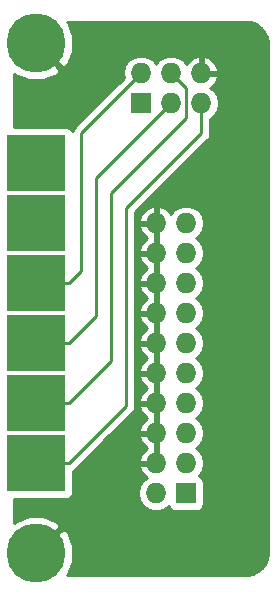
<source format=gtl>
G04 #@! TF.GenerationSoftware,KiCad,Pcbnew,5.0.2+dfsg1-1*
G04 #@! TF.CreationDate,2019-05-16T22:01:56-07:00*
G04 #@! TF.ProjectId,jlink-c2d-adapter,6a6c696e-6b2d-4633-9264-2d6164617074,rev?*
G04 #@! TF.SameCoordinates,Original*
G04 #@! TF.FileFunction,Copper,L1,Top*
G04 #@! TF.FilePolarity,Positive*
%FSLAX46Y46*%
G04 Gerber Fmt 4.6, Leading zero omitted, Abs format (unit mm)*
G04 Created by KiCad (PCBNEW 5.0.2+dfsg1-1) date Thu 16 May 2019 10:01:56 PM PDT*
%MOMM*%
%LPD*%
G01*
G04 APERTURE LIST*
G04 #@! TA.AperFunction,ComponentPad*
%ADD10R,5.000000X4.800000*%
G04 #@! TD*
G04 #@! TA.AperFunction,ComponentPad*
%ADD11R,1.727200X1.727200*%
G04 #@! TD*
G04 #@! TA.AperFunction,ComponentPad*
%ADD12O,1.727200X1.727200*%
G04 #@! TD*
G04 #@! TA.AperFunction,ComponentPad*
%ADD13C,5.000000*%
G04 #@! TD*
G04 #@! TA.AperFunction,Conductor*
%ADD14C,0.250000*%
G04 #@! TD*
G04 #@! TA.AperFunction,Conductor*
%ADD15C,0.254000*%
G04 #@! TD*
G04 APERTURE END LIST*
D10*
G04 #@! TO.P,J4,6*
G04 #@! TO.N,/~RESET*
X114300000Y-96520000D03*
G04 #@! TO.P,J4,5*
G04 #@! TO.N,/TMS_C2D*
X114300000Y-91440000D03*
G04 #@! TO.P,J4,4*
G04 #@! TO.N,/TCK_C2CK*
X114300000Y-86360000D03*
G04 #@! TO.P,J4,3*
G04 #@! TO.N,+3V3*
X114300000Y-81280000D03*
G04 #@! TO.P,J4,2*
G04 #@! TO.N,GND*
X114300000Y-76200000D03*
G04 #@! TO.P,J4,1*
G04 #@! TO.N,+5V*
X114300000Y-71120000D03*
G04 #@! TD*
D11*
G04 #@! TO.P,J1,1*
G04 #@! TO.N,+3V3*
X127000000Y-99060000D03*
D12*
G04 #@! TO.P,J1,2*
G04 #@! TO.N,N/C*
X124460000Y-99060000D03*
G04 #@! TO.P,J1,3*
X127000000Y-96520000D03*
G04 #@! TO.P,J1,4*
G04 #@! TO.N,GND*
X124460000Y-96520000D03*
G04 #@! TO.P,J1,5*
G04 #@! TO.N,N/C*
X127000000Y-93980000D03*
G04 #@! TO.P,J1,6*
G04 #@! TO.N,GND*
X124460000Y-93980000D03*
G04 #@! TO.P,J1,7*
G04 #@! TO.N,/TMS_C2D*
X127000000Y-91440000D03*
G04 #@! TO.P,J1,8*
G04 #@! TO.N,GND*
X124460000Y-91440000D03*
G04 #@! TO.P,J1,9*
G04 #@! TO.N,/TCK_C2CK*
X127000000Y-88900000D03*
G04 #@! TO.P,J1,10*
G04 #@! TO.N,GND*
X124460000Y-88900000D03*
G04 #@! TO.P,J1,11*
G04 #@! TO.N,N/C*
X127000000Y-86360000D03*
G04 #@! TO.P,J1,12*
G04 #@! TO.N,GND*
X124460000Y-86360000D03*
G04 #@! TO.P,J1,13*
G04 #@! TO.N,N/C*
X127000000Y-83820000D03*
G04 #@! TO.P,J1,14*
G04 #@! TO.N,GND*
X124460000Y-83820000D03*
G04 #@! TO.P,J1,15*
G04 #@! TO.N,N/C*
X127000000Y-81280000D03*
G04 #@! TO.P,J1,16*
G04 #@! TO.N,GND*
X124460000Y-81280000D03*
G04 #@! TO.P,J1,17*
G04 #@! TO.N,N/C*
X127000000Y-78740000D03*
G04 #@! TO.P,J1,18*
G04 #@! TO.N,GND*
X124460000Y-78740000D03*
G04 #@! TO.P,J1,19*
G04 #@! TO.N,+5V*
X127000000Y-76200000D03*
G04 #@! TO.P,J1,20*
G04 #@! TO.N,GND*
X124460000Y-76200000D03*
G04 #@! TD*
D11*
G04 #@! TO.P,J2,1*
G04 #@! TO.N,+5V*
X123190000Y-66040000D03*
D12*
G04 #@! TO.P,J2,2*
G04 #@! TO.N,+3V3*
X123190000Y-63500000D03*
G04 #@! TO.P,J2,3*
G04 #@! TO.N,/TCK_C2CK*
X125730000Y-66040000D03*
G04 #@! TO.P,J2,4*
G04 #@! TO.N,/TMS_C2D*
X125730000Y-63500000D03*
G04 #@! TO.P,J2,5*
G04 #@! TO.N,/~RESET*
X128270000Y-66040000D03*
G04 #@! TO.P,J2,6*
G04 #@! TO.N,GND*
X128270000Y-63500000D03*
G04 #@! TD*
D13*
G04 #@! TO.P,REF\002A\002A,1*
G04 #@! TO.N,GND*
X114300000Y-60960000D03*
G04 #@! TD*
G04 #@! TO.P,REF\002A\002A,1*
G04 #@! TO.N,GND*
X114300000Y-104140000D03*
G04 #@! TD*
D14*
G04 #@! TO.N,/TMS_C2D*
X127000000Y-64770000D02*
X127000000Y-67310000D01*
X125730000Y-63500000D02*
X127000000Y-64770000D01*
X127000000Y-67310000D02*
X120650000Y-73660000D01*
X120650000Y-87840000D02*
X117050000Y-91440000D01*
X120650000Y-73660000D02*
X120650000Y-87840000D01*
X117050000Y-91440000D02*
X114300000Y-91440000D01*
G04 #@! TO.N,/TCK_C2CK*
X125730000Y-66040000D02*
X119380000Y-72390000D01*
X119380000Y-72390000D02*
X119380000Y-84030000D01*
X119380000Y-84030000D02*
X117050000Y-86360000D01*
X117050000Y-86360000D02*
X114300000Y-86360000D01*
G04 #@! TO.N,+3V3*
X123190000Y-63500000D02*
X118110000Y-68580000D01*
X118110000Y-68580000D02*
X118110000Y-80220000D01*
X118110000Y-80220000D02*
X117050000Y-81280000D01*
X117050000Y-81280000D02*
X114300000Y-81280000D01*
G04 #@! TO.N,/~RESET*
X128270000Y-66040000D02*
X128270000Y-68580000D01*
X128270000Y-68580000D02*
X121920000Y-74930000D01*
X121920000Y-91650000D02*
X117050000Y-96520000D01*
X121920000Y-74930000D02*
X121920000Y-91650000D01*
X117050000Y-96520000D02*
X114300000Y-96520000D01*
G04 #@! TD*
D15*
G04 #@! TO.N,GND*
G36*
X132533698Y-59192958D02*
X132958893Y-59361305D01*
X133328858Y-59630101D01*
X133620356Y-59982462D01*
X133815067Y-60396244D01*
X133907093Y-60878662D01*
X133910000Y-60971164D01*
X133910001Y-104095326D01*
X133847042Y-104593699D01*
X133678697Y-105018889D01*
X133409899Y-105388859D01*
X133057541Y-105680355D01*
X132643756Y-105875067D01*
X132161339Y-105967093D01*
X132068836Y-105970000D01*
X116875405Y-105970000D01*
X116958564Y-105914579D01*
X117435294Y-104762108D01*
X117434705Y-103514928D01*
X116958564Y-102365421D01*
X116535880Y-102083725D01*
X114479605Y-104140000D01*
X114493748Y-104154143D01*
X114314143Y-104333748D01*
X114300000Y-104319605D01*
X114285858Y-104333748D01*
X114106253Y-104154143D01*
X114120395Y-104140000D01*
X114106253Y-104125858D01*
X114285858Y-103946253D01*
X114300000Y-103960395D01*
X116356275Y-101904120D01*
X116074579Y-101481436D01*
X114922108Y-101004706D01*
X113674928Y-101005295D01*
X112525421Y-101481436D01*
X112470000Y-101564595D01*
X112470000Y-99567440D01*
X116800000Y-99567440D01*
X117047765Y-99518157D01*
X117257809Y-99377809D01*
X117398157Y-99167765D01*
X117419592Y-99060000D01*
X122932041Y-99060000D01*
X123048350Y-99644725D01*
X123379570Y-100140430D01*
X123875275Y-100471650D01*
X124312402Y-100558600D01*
X124607598Y-100558600D01*
X125044725Y-100471650D01*
X125533068Y-100145349D01*
X125538243Y-100171365D01*
X125678591Y-100381409D01*
X125888635Y-100521757D01*
X126136400Y-100571040D01*
X127863600Y-100571040D01*
X128111365Y-100521757D01*
X128321409Y-100381409D01*
X128461757Y-100171365D01*
X128511040Y-99923600D01*
X128511040Y-98196400D01*
X128461757Y-97948635D01*
X128321409Y-97738591D01*
X128111365Y-97598243D01*
X128085349Y-97593068D01*
X128411650Y-97104725D01*
X128527959Y-96520000D01*
X128411650Y-95935275D01*
X128080430Y-95439570D01*
X127796719Y-95250000D01*
X128080430Y-95060430D01*
X128411650Y-94564725D01*
X128527959Y-93980000D01*
X128411650Y-93395275D01*
X128080430Y-92899570D01*
X127796719Y-92710000D01*
X128080430Y-92520430D01*
X128411650Y-92024725D01*
X128527959Y-91440000D01*
X128411650Y-90855275D01*
X128080430Y-90359570D01*
X127796719Y-90170000D01*
X128080430Y-89980430D01*
X128411650Y-89484725D01*
X128527959Y-88900000D01*
X128411650Y-88315275D01*
X128080430Y-87819570D01*
X127796719Y-87630000D01*
X128080430Y-87440430D01*
X128411650Y-86944725D01*
X128527959Y-86360000D01*
X128411650Y-85775275D01*
X128080430Y-85279570D01*
X127796719Y-85090000D01*
X128080430Y-84900430D01*
X128411650Y-84404725D01*
X128527959Y-83820000D01*
X128411650Y-83235275D01*
X128080430Y-82739570D01*
X127796719Y-82550000D01*
X128080430Y-82360430D01*
X128411650Y-81864725D01*
X128527959Y-81280000D01*
X128411650Y-80695275D01*
X128080430Y-80199570D01*
X127796719Y-80010000D01*
X128080430Y-79820430D01*
X128411650Y-79324725D01*
X128527959Y-78740000D01*
X128411650Y-78155275D01*
X128080430Y-77659570D01*
X127796719Y-77470000D01*
X128080430Y-77280430D01*
X128411650Y-76784725D01*
X128527959Y-76200000D01*
X128411650Y-75615275D01*
X128080430Y-75119570D01*
X127584725Y-74788350D01*
X127147598Y-74701400D01*
X126852402Y-74701400D01*
X126415275Y-74788350D01*
X125919570Y-75119570D01*
X125726963Y-75407826D01*
X125348490Y-74993179D01*
X124819027Y-74745032D01*
X124587000Y-74865531D01*
X124587000Y-76073000D01*
X124607000Y-76073000D01*
X124607000Y-76327000D01*
X124587000Y-76327000D01*
X124587000Y-78613000D01*
X124607000Y-78613000D01*
X124607000Y-78867000D01*
X124587000Y-78867000D01*
X124587000Y-81153000D01*
X124607000Y-81153000D01*
X124607000Y-81407000D01*
X124587000Y-81407000D01*
X124587000Y-83693000D01*
X124607000Y-83693000D01*
X124607000Y-83947000D01*
X124587000Y-83947000D01*
X124587000Y-86233000D01*
X124607000Y-86233000D01*
X124607000Y-86487000D01*
X124587000Y-86487000D01*
X124587000Y-88773000D01*
X124607000Y-88773000D01*
X124607000Y-89027000D01*
X124587000Y-89027000D01*
X124587000Y-91313000D01*
X124607000Y-91313000D01*
X124607000Y-91567000D01*
X124587000Y-91567000D01*
X124587000Y-93853000D01*
X124607000Y-93853000D01*
X124607000Y-94107000D01*
X124587000Y-94107000D01*
X124587000Y-96393000D01*
X124607000Y-96393000D01*
X124607000Y-96647000D01*
X124587000Y-96647000D01*
X124587000Y-96667000D01*
X124333000Y-96667000D01*
X124333000Y-96647000D01*
X123126183Y-96647000D01*
X123005042Y-96879026D01*
X123177312Y-97294947D01*
X123571510Y-97726821D01*
X123681021Y-97778146D01*
X123379570Y-97979570D01*
X123048350Y-98475275D01*
X122932041Y-99060000D01*
X117419592Y-99060000D01*
X117447440Y-98920000D01*
X117447440Y-97168483D01*
X117597929Y-97067929D01*
X117640331Y-97004470D01*
X120305775Y-94339026D01*
X123005042Y-94339026D01*
X123177312Y-94754947D01*
X123571510Y-95186821D01*
X123706313Y-95250000D01*
X123571510Y-95313179D01*
X123177312Y-95745053D01*
X123005042Y-96160974D01*
X123126183Y-96393000D01*
X124333000Y-96393000D01*
X124333000Y-94107000D01*
X123126183Y-94107000D01*
X123005042Y-94339026D01*
X120305775Y-94339026D01*
X122404473Y-92240329D01*
X122467929Y-92197929D01*
X122635904Y-91946537D01*
X122665245Y-91799026D01*
X123005042Y-91799026D01*
X123177312Y-92214947D01*
X123571510Y-92646821D01*
X123706313Y-92710000D01*
X123571510Y-92773179D01*
X123177312Y-93205053D01*
X123005042Y-93620974D01*
X123126183Y-93853000D01*
X124333000Y-93853000D01*
X124333000Y-91567000D01*
X123126183Y-91567000D01*
X123005042Y-91799026D01*
X122665245Y-91799026D01*
X122680000Y-91724852D01*
X122680000Y-91724848D01*
X122694888Y-91650001D01*
X122680000Y-91575154D01*
X122680000Y-89259026D01*
X123005042Y-89259026D01*
X123177312Y-89674947D01*
X123571510Y-90106821D01*
X123706313Y-90170000D01*
X123571510Y-90233179D01*
X123177312Y-90665053D01*
X123005042Y-91080974D01*
X123126183Y-91313000D01*
X124333000Y-91313000D01*
X124333000Y-89027000D01*
X123126183Y-89027000D01*
X123005042Y-89259026D01*
X122680000Y-89259026D01*
X122680000Y-86719026D01*
X123005042Y-86719026D01*
X123177312Y-87134947D01*
X123571510Y-87566821D01*
X123706313Y-87630000D01*
X123571510Y-87693179D01*
X123177312Y-88125053D01*
X123005042Y-88540974D01*
X123126183Y-88773000D01*
X124333000Y-88773000D01*
X124333000Y-86487000D01*
X123126183Y-86487000D01*
X123005042Y-86719026D01*
X122680000Y-86719026D01*
X122680000Y-84179026D01*
X123005042Y-84179026D01*
X123177312Y-84594947D01*
X123571510Y-85026821D01*
X123706313Y-85090000D01*
X123571510Y-85153179D01*
X123177312Y-85585053D01*
X123005042Y-86000974D01*
X123126183Y-86233000D01*
X124333000Y-86233000D01*
X124333000Y-83947000D01*
X123126183Y-83947000D01*
X123005042Y-84179026D01*
X122680000Y-84179026D01*
X122680000Y-81639026D01*
X123005042Y-81639026D01*
X123177312Y-82054947D01*
X123571510Y-82486821D01*
X123706313Y-82550000D01*
X123571510Y-82613179D01*
X123177312Y-83045053D01*
X123005042Y-83460974D01*
X123126183Y-83693000D01*
X124333000Y-83693000D01*
X124333000Y-81407000D01*
X123126183Y-81407000D01*
X123005042Y-81639026D01*
X122680000Y-81639026D01*
X122680000Y-79099026D01*
X123005042Y-79099026D01*
X123177312Y-79514947D01*
X123571510Y-79946821D01*
X123706313Y-80010000D01*
X123571510Y-80073179D01*
X123177312Y-80505053D01*
X123005042Y-80920974D01*
X123126183Y-81153000D01*
X124333000Y-81153000D01*
X124333000Y-78867000D01*
X123126183Y-78867000D01*
X123005042Y-79099026D01*
X122680000Y-79099026D01*
X122680000Y-76559026D01*
X123005042Y-76559026D01*
X123177312Y-76974947D01*
X123571510Y-77406821D01*
X123706313Y-77470000D01*
X123571510Y-77533179D01*
X123177312Y-77965053D01*
X123005042Y-78380974D01*
X123126183Y-78613000D01*
X124333000Y-78613000D01*
X124333000Y-76327000D01*
X123126183Y-76327000D01*
X123005042Y-76559026D01*
X122680000Y-76559026D01*
X122680000Y-75840974D01*
X123005042Y-75840974D01*
X123126183Y-76073000D01*
X124333000Y-76073000D01*
X124333000Y-74865531D01*
X124100973Y-74745032D01*
X123571510Y-74993179D01*
X123177312Y-75425053D01*
X123005042Y-75840974D01*
X122680000Y-75840974D01*
X122680000Y-75244801D01*
X128754473Y-69170329D01*
X128817929Y-69127929D01*
X128985904Y-68876537D01*
X129030000Y-68654852D01*
X129030000Y-68654848D01*
X129044888Y-68580001D01*
X129030000Y-68505154D01*
X129030000Y-67334535D01*
X129350430Y-67120430D01*
X129681650Y-66624725D01*
X129797959Y-66040000D01*
X129681650Y-65455275D01*
X129350430Y-64959570D01*
X129062174Y-64766963D01*
X129476821Y-64388490D01*
X129724968Y-63859027D01*
X129604469Y-63627000D01*
X128397000Y-63627000D01*
X128397000Y-63647000D01*
X128143000Y-63647000D01*
X128143000Y-63627000D01*
X128123000Y-63627000D01*
X128123000Y-63373000D01*
X128143000Y-63373000D01*
X128143000Y-62166183D01*
X128397000Y-62166183D01*
X128397000Y-63373000D01*
X129604469Y-63373000D01*
X129724968Y-63140973D01*
X129476821Y-62611510D01*
X129044947Y-62217312D01*
X128629026Y-62045042D01*
X128397000Y-62166183D01*
X128143000Y-62166183D01*
X127910974Y-62045042D01*
X127495053Y-62217312D01*
X127063179Y-62611510D01*
X127011854Y-62721021D01*
X126810430Y-62419570D01*
X126314725Y-62088350D01*
X125877598Y-62001400D01*
X125582402Y-62001400D01*
X125145275Y-62088350D01*
X124649570Y-62419570D01*
X124460000Y-62703281D01*
X124270430Y-62419570D01*
X123774725Y-62088350D01*
X123337598Y-62001400D01*
X123042402Y-62001400D01*
X122605275Y-62088350D01*
X122109570Y-62419570D01*
X121778350Y-62915275D01*
X121662041Y-63500000D01*
X121737225Y-63877974D01*
X117625530Y-67989669D01*
X117562071Y-68032071D01*
X117394096Y-68283464D01*
X117366092Y-68424247D01*
X117257809Y-68262191D01*
X117047765Y-68121843D01*
X116800000Y-68072560D01*
X112470000Y-68072560D01*
X112470000Y-63535405D01*
X112525421Y-63618564D01*
X113677892Y-64095294D01*
X114925072Y-64094705D01*
X116074579Y-63618564D01*
X116356275Y-63195880D01*
X114300000Y-61139605D01*
X114285858Y-61153748D01*
X114106253Y-60974143D01*
X114120395Y-60960000D01*
X114106253Y-60945858D01*
X114285858Y-60766253D01*
X114300000Y-60780395D01*
X114314143Y-60766253D01*
X114493748Y-60945858D01*
X114479605Y-60960000D01*
X116535880Y-63016275D01*
X116958564Y-62734579D01*
X117435294Y-61582108D01*
X117434705Y-60334928D01*
X116958564Y-59185421D01*
X116875405Y-59130000D01*
X132035334Y-59130000D01*
X132533698Y-59192958D01*
X132533698Y-59192958D01*
G37*
X132533698Y-59192958D02*
X132958893Y-59361305D01*
X133328858Y-59630101D01*
X133620356Y-59982462D01*
X133815067Y-60396244D01*
X133907093Y-60878662D01*
X133910000Y-60971164D01*
X133910001Y-104095326D01*
X133847042Y-104593699D01*
X133678697Y-105018889D01*
X133409899Y-105388859D01*
X133057541Y-105680355D01*
X132643756Y-105875067D01*
X132161339Y-105967093D01*
X132068836Y-105970000D01*
X116875405Y-105970000D01*
X116958564Y-105914579D01*
X117435294Y-104762108D01*
X117434705Y-103514928D01*
X116958564Y-102365421D01*
X116535880Y-102083725D01*
X114479605Y-104140000D01*
X114493748Y-104154143D01*
X114314143Y-104333748D01*
X114300000Y-104319605D01*
X114285858Y-104333748D01*
X114106253Y-104154143D01*
X114120395Y-104140000D01*
X114106253Y-104125858D01*
X114285858Y-103946253D01*
X114300000Y-103960395D01*
X116356275Y-101904120D01*
X116074579Y-101481436D01*
X114922108Y-101004706D01*
X113674928Y-101005295D01*
X112525421Y-101481436D01*
X112470000Y-101564595D01*
X112470000Y-99567440D01*
X116800000Y-99567440D01*
X117047765Y-99518157D01*
X117257809Y-99377809D01*
X117398157Y-99167765D01*
X117419592Y-99060000D01*
X122932041Y-99060000D01*
X123048350Y-99644725D01*
X123379570Y-100140430D01*
X123875275Y-100471650D01*
X124312402Y-100558600D01*
X124607598Y-100558600D01*
X125044725Y-100471650D01*
X125533068Y-100145349D01*
X125538243Y-100171365D01*
X125678591Y-100381409D01*
X125888635Y-100521757D01*
X126136400Y-100571040D01*
X127863600Y-100571040D01*
X128111365Y-100521757D01*
X128321409Y-100381409D01*
X128461757Y-100171365D01*
X128511040Y-99923600D01*
X128511040Y-98196400D01*
X128461757Y-97948635D01*
X128321409Y-97738591D01*
X128111365Y-97598243D01*
X128085349Y-97593068D01*
X128411650Y-97104725D01*
X128527959Y-96520000D01*
X128411650Y-95935275D01*
X128080430Y-95439570D01*
X127796719Y-95250000D01*
X128080430Y-95060430D01*
X128411650Y-94564725D01*
X128527959Y-93980000D01*
X128411650Y-93395275D01*
X128080430Y-92899570D01*
X127796719Y-92710000D01*
X128080430Y-92520430D01*
X128411650Y-92024725D01*
X128527959Y-91440000D01*
X128411650Y-90855275D01*
X128080430Y-90359570D01*
X127796719Y-90170000D01*
X128080430Y-89980430D01*
X128411650Y-89484725D01*
X128527959Y-88900000D01*
X128411650Y-88315275D01*
X128080430Y-87819570D01*
X127796719Y-87630000D01*
X128080430Y-87440430D01*
X128411650Y-86944725D01*
X128527959Y-86360000D01*
X128411650Y-85775275D01*
X128080430Y-85279570D01*
X127796719Y-85090000D01*
X128080430Y-84900430D01*
X128411650Y-84404725D01*
X128527959Y-83820000D01*
X128411650Y-83235275D01*
X128080430Y-82739570D01*
X127796719Y-82550000D01*
X128080430Y-82360430D01*
X128411650Y-81864725D01*
X128527959Y-81280000D01*
X128411650Y-80695275D01*
X128080430Y-80199570D01*
X127796719Y-80010000D01*
X128080430Y-79820430D01*
X128411650Y-79324725D01*
X128527959Y-78740000D01*
X128411650Y-78155275D01*
X128080430Y-77659570D01*
X127796719Y-77470000D01*
X128080430Y-77280430D01*
X128411650Y-76784725D01*
X128527959Y-76200000D01*
X128411650Y-75615275D01*
X128080430Y-75119570D01*
X127584725Y-74788350D01*
X127147598Y-74701400D01*
X126852402Y-74701400D01*
X126415275Y-74788350D01*
X125919570Y-75119570D01*
X125726963Y-75407826D01*
X125348490Y-74993179D01*
X124819027Y-74745032D01*
X124587000Y-74865531D01*
X124587000Y-76073000D01*
X124607000Y-76073000D01*
X124607000Y-76327000D01*
X124587000Y-76327000D01*
X124587000Y-78613000D01*
X124607000Y-78613000D01*
X124607000Y-78867000D01*
X124587000Y-78867000D01*
X124587000Y-81153000D01*
X124607000Y-81153000D01*
X124607000Y-81407000D01*
X124587000Y-81407000D01*
X124587000Y-83693000D01*
X124607000Y-83693000D01*
X124607000Y-83947000D01*
X124587000Y-83947000D01*
X124587000Y-86233000D01*
X124607000Y-86233000D01*
X124607000Y-86487000D01*
X124587000Y-86487000D01*
X124587000Y-88773000D01*
X124607000Y-88773000D01*
X124607000Y-89027000D01*
X124587000Y-89027000D01*
X124587000Y-91313000D01*
X124607000Y-91313000D01*
X124607000Y-91567000D01*
X124587000Y-91567000D01*
X124587000Y-93853000D01*
X124607000Y-93853000D01*
X124607000Y-94107000D01*
X124587000Y-94107000D01*
X124587000Y-96393000D01*
X124607000Y-96393000D01*
X124607000Y-96647000D01*
X124587000Y-96647000D01*
X124587000Y-96667000D01*
X124333000Y-96667000D01*
X124333000Y-96647000D01*
X123126183Y-96647000D01*
X123005042Y-96879026D01*
X123177312Y-97294947D01*
X123571510Y-97726821D01*
X123681021Y-97778146D01*
X123379570Y-97979570D01*
X123048350Y-98475275D01*
X122932041Y-99060000D01*
X117419592Y-99060000D01*
X117447440Y-98920000D01*
X117447440Y-97168483D01*
X117597929Y-97067929D01*
X117640331Y-97004470D01*
X120305775Y-94339026D01*
X123005042Y-94339026D01*
X123177312Y-94754947D01*
X123571510Y-95186821D01*
X123706313Y-95250000D01*
X123571510Y-95313179D01*
X123177312Y-95745053D01*
X123005042Y-96160974D01*
X123126183Y-96393000D01*
X124333000Y-96393000D01*
X124333000Y-94107000D01*
X123126183Y-94107000D01*
X123005042Y-94339026D01*
X120305775Y-94339026D01*
X122404473Y-92240329D01*
X122467929Y-92197929D01*
X122635904Y-91946537D01*
X122665245Y-91799026D01*
X123005042Y-91799026D01*
X123177312Y-92214947D01*
X123571510Y-92646821D01*
X123706313Y-92710000D01*
X123571510Y-92773179D01*
X123177312Y-93205053D01*
X123005042Y-93620974D01*
X123126183Y-93853000D01*
X124333000Y-93853000D01*
X124333000Y-91567000D01*
X123126183Y-91567000D01*
X123005042Y-91799026D01*
X122665245Y-91799026D01*
X122680000Y-91724852D01*
X122680000Y-91724848D01*
X122694888Y-91650001D01*
X122680000Y-91575154D01*
X122680000Y-89259026D01*
X123005042Y-89259026D01*
X123177312Y-89674947D01*
X123571510Y-90106821D01*
X123706313Y-90170000D01*
X123571510Y-90233179D01*
X123177312Y-90665053D01*
X123005042Y-91080974D01*
X123126183Y-91313000D01*
X124333000Y-91313000D01*
X124333000Y-89027000D01*
X123126183Y-89027000D01*
X123005042Y-89259026D01*
X122680000Y-89259026D01*
X122680000Y-86719026D01*
X123005042Y-86719026D01*
X123177312Y-87134947D01*
X123571510Y-87566821D01*
X123706313Y-87630000D01*
X123571510Y-87693179D01*
X123177312Y-88125053D01*
X123005042Y-88540974D01*
X123126183Y-88773000D01*
X124333000Y-88773000D01*
X124333000Y-86487000D01*
X123126183Y-86487000D01*
X123005042Y-86719026D01*
X122680000Y-86719026D01*
X122680000Y-84179026D01*
X123005042Y-84179026D01*
X123177312Y-84594947D01*
X123571510Y-85026821D01*
X123706313Y-85090000D01*
X123571510Y-85153179D01*
X123177312Y-85585053D01*
X123005042Y-86000974D01*
X123126183Y-86233000D01*
X124333000Y-86233000D01*
X124333000Y-83947000D01*
X123126183Y-83947000D01*
X123005042Y-84179026D01*
X122680000Y-84179026D01*
X122680000Y-81639026D01*
X123005042Y-81639026D01*
X123177312Y-82054947D01*
X123571510Y-82486821D01*
X123706313Y-82550000D01*
X123571510Y-82613179D01*
X123177312Y-83045053D01*
X123005042Y-83460974D01*
X123126183Y-83693000D01*
X124333000Y-83693000D01*
X124333000Y-81407000D01*
X123126183Y-81407000D01*
X123005042Y-81639026D01*
X122680000Y-81639026D01*
X122680000Y-79099026D01*
X123005042Y-79099026D01*
X123177312Y-79514947D01*
X123571510Y-79946821D01*
X123706313Y-80010000D01*
X123571510Y-80073179D01*
X123177312Y-80505053D01*
X123005042Y-80920974D01*
X123126183Y-81153000D01*
X124333000Y-81153000D01*
X124333000Y-78867000D01*
X123126183Y-78867000D01*
X123005042Y-79099026D01*
X122680000Y-79099026D01*
X122680000Y-76559026D01*
X123005042Y-76559026D01*
X123177312Y-76974947D01*
X123571510Y-77406821D01*
X123706313Y-77470000D01*
X123571510Y-77533179D01*
X123177312Y-77965053D01*
X123005042Y-78380974D01*
X123126183Y-78613000D01*
X124333000Y-78613000D01*
X124333000Y-76327000D01*
X123126183Y-76327000D01*
X123005042Y-76559026D01*
X122680000Y-76559026D01*
X122680000Y-75840974D01*
X123005042Y-75840974D01*
X123126183Y-76073000D01*
X124333000Y-76073000D01*
X124333000Y-74865531D01*
X124100973Y-74745032D01*
X123571510Y-74993179D01*
X123177312Y-75425053D01*
X123005042Y-75840974D01*
X122680000Y-75840974D01*
X122680000Y-75244801D01*
X128754473Y-69170329D01*
X128817929Y-69127929D01*
X128985904Y-68876537D01*
X129030000Y-68654852D01*
X129030000Y-68654848D01*
X129044888Y-68580001D01*
X129030000Y-68505154D01*
X129030000Y-67334535D01*
X129350430Y-67120430D01*
X129681650Y-66624725D01*
X129797959Y-66040000D01*
X129681650Y-65455275D01*
X129350430Y-64959570D01*
X129062174Y-64766963D01*
X129476821Y-64388490D01*
X129724968Y-63859027D01*
X129604469Y-63627000D01*
X128397000Y-63627000D01*
X128397000Y-63647000D01*
X128143000Y-63647000D01*
X128143000Y-63627000D01*
X128123000Y-63627000D01*
X128123000Y-63373000D01*
X128143000Y-63373000D01*
X128143000Y-62166183D01*
X128397000Y-62166183D01*
X128397000Y-63373000D01*
X129604469Y-63373000D01*
X129724968Y-63140973D01*
X129476821Y-62611510D01*
X129044947Y-62217312D01*
X128629026Y-62045042D01*
X128397000Y-62166183D01*
X128143000Y-62166183D01*
X127910974Y-62045042D01*
X127495053Y-62217312D01*
X127063179Y-62611510D01*
X127011854Y-62721021D01*
X126810430Y-62419570D01*
X126314725Y-62088350D01*
X125877598Y-62001400D01*
X125582402Y-62001400D01*
X125145275Y-62088350D01*
X124649570Y-62419570D01*
X124460000Y-62703281D01*
X124270430Y-62419570D01*
X123774725Y-62088350D01*
X123337598Y-62001400D01*
X123042402Y-62001400D01*
X122605275Y-62088350D01*
X122109570Y-62419570D01*
X121778350Y-62915275D01*
X121662041Y-63500000D01*
X121737225Y-63877974D01*
X117625530Y-67989669D01*
X117562071Y-68032071D01*
X117394096Y-68283464D01*
X117366092Y-68424247D01*
X117257809Y-68262191D01*
X117047765Y-68121843D01*
X116800000Y-68072560D01*
X112470000Y-68072560D01*
X112470000Y-63535405D01*
X112525421Y-63618564D01*
X113677892Y-64095294D01*
X114925072Y-64094705D01*
X116074579Y-63618564D01*
X116356275Y-63195880D01*
X114300000Y-61139605D01*
X114285858Y-61153748D01*
X114106253Y-60974143D01*
X114120395Y-60960000D01*
X114106253Y-60945858D01*
X114285858Y-60766253D01*
X114300000Y-60780395D01*
X114314143Y-60766253D01*
X114493748Y-60945858D01*
X114479605Y-60960000D01*
X116535880Y-63016275D01*
X116958564Y-62734579D01*
X117435294Y-61582108D01*
X117434705Y-60334928D01*
X116958564Y-59185421D01*
X116875405Y-59130000D01*
X132035334Y-59130000D01*
X132533698Y-59192958D01*
G36*
X114427000Y-76073000D02*
X114447000Y-76073000D01*
X114447000Y-76327000D01*
X114427000Y-76327000D01*
X114427000Y-76347000D01*
X114173000Y-76347000D01*
X114173000Y-76327000D01*
X114153000Y-76327000D01*
X114153000Y-76073000D01*
X114173000Y-76073000D01*
X114173000Y-76053000D01*
X114427000Y-76053000D01*
X114427000Y-76073000D01*
X114427000Y-76073000D01*
G37*
X114427000Y-76073000D02*
X114447000Y-76073000D01*
X114447000Y-76327000D01*
X114427000Y-76327000D01*
X114427000Y-76347000D01*
X114173000Y-76347000D01*
X114173000Y-76327000D01*
X114153000Y-76327000D01*
X114153000Y-76073000D01*
X114173000Y-76073000D01*
X114173000Y-76053000D01*
X114427000Y-76053000D01*
X114427000Y-76073000D01*
G04 #@! TD*
M02*

</source>
